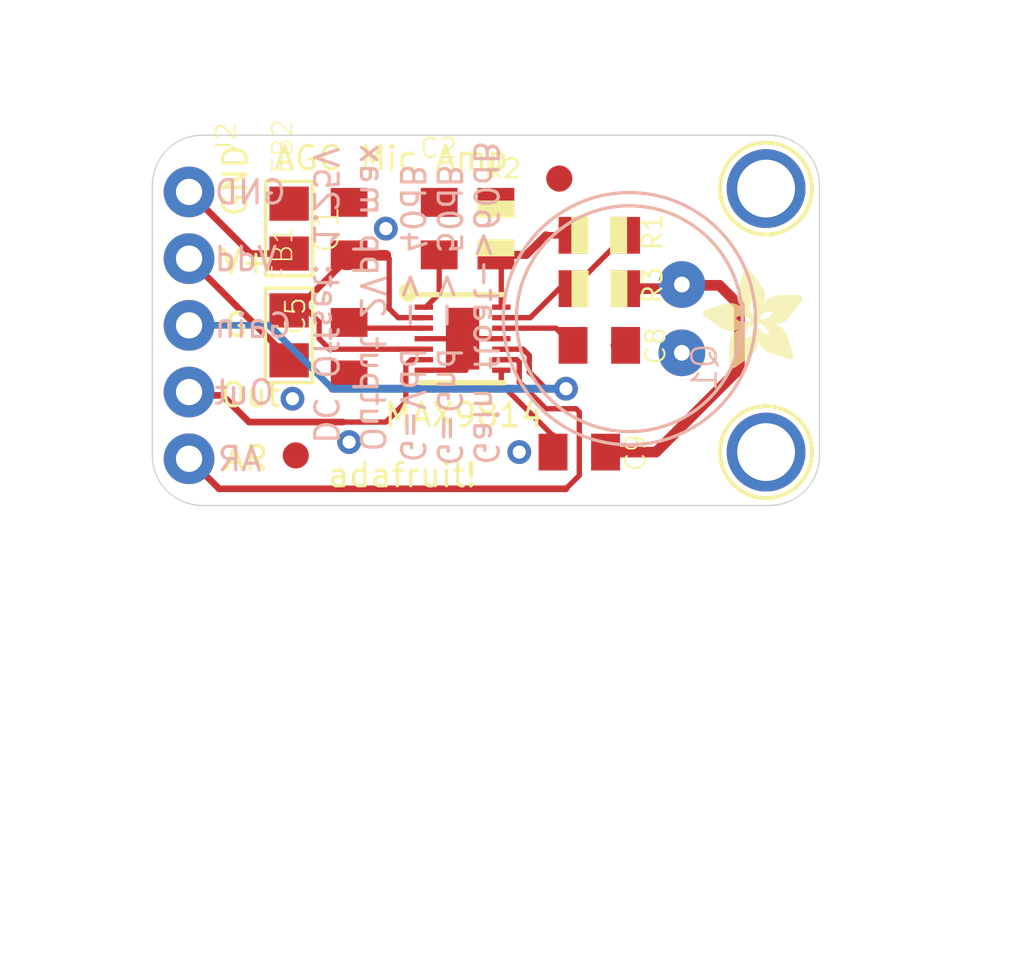
<source format=kicad_pcb>
(kicad_pcb (version 20211014) (generator pcbnew)
  (layers (0 "F.Cu" signal) (1 "In1.Cu" signal) (2 "In2.Cu" signal) (3 "In3.Cu" signal) (4 "In4.Cu" signal) (5 "In5.Cu" signal) (6 "In6.Cu" signal) (7 "In7.Cu" signal) (8 "In8.Cu" signal) (9 "In9.Cu" signal) (10 "In10.Cu" signal) (11 "In11.Cu" signal) (12 "In12.Cu" signal) (13 "In13.Cu" signal) (14 "In14.Cu" signal) (31 "B.Cu" signal) (34 "B.Paste" user) (35 "F.Paste" user) (36 "B.SilkS" user "B.Silkscreen") (37 "F.SilkS" user "F.Silkscreen") (38 "B.Mask" user) (39 "F.Mask" user) (44 "Edge.Cuts" user))
  (net 0 "")
  (net 1 "VDD")
  (net 2 "GND")
  (net 3 "INPUT")
  (net 4 "OUTPUT")
  (net 5 "N$7")
  (net 6 "N$5")
  (net 7 "N$8")
  (net 8 "N$9")
  (net 9 "N$10")
  (net 10 "N$11")
  (net 11 "GAIN")
  (net 12 "A/R")
  (net 13 "N$2")
  (net 14 "N$3")
  (footprint "boardEagle:ADAFRUIT_3.5MM" (layer "F.Cu") (at 160.5661 106.8451 90)
    (fp_text reference "U$6" hide)
    (fp_text value "" hide)
  )
  (footprint "boardEagle:C0805K" (layer "F.Cu") (at 143.2941 101.5111 90)
    (fp_text reference "C1" (at -1 -0.875 90) (layer "F.SilkS") (effects (font (size 0.941222 0.941222) (thickness 0.074778)) (justify left)))
    (fp_text value "2.2uF")
    (pad "1" smd rect (at -1 0 90) (size 1.1 1.4) (layers "F.Cu" "F.Paste" "F.Mask") (net 1 "VDD"))
    (pad "2" smd rect (at 1 0 90) (size 1.1 1.4) (layers "F.Cu" "F.Paste" "F.Mask") (net 2 "GND"))
  )
  (footprint "boardEagle:R0805" (layer "F.Cu") (at 152.8191 101.7651)
    (fp_text reference "R1" (at 2.032 -0.889 90) (layer "F.SilkS") (effects (font (size 0.719328 0.719328) (thickness 0.093472)) (justify right)))
    (fp_text value "150k")
    (pad "1" smd rect (at -1 0) (size 1.1 1.4) (layers "F.Cu" "F.Paste" "F.Mask") (net 9 "N$10"))
    (pad "2" smd rect (at 1 0) (size 1.1 1.4) (layers "F.Cu" "F.Paste" "F.Mask") (net 10 "N$11"))
  )
  (footprint "boardEagle:C0805K" (layer "F.Cu") (at 146.7231 101.5111 90)
    (fp_text reference "C2" (at 3.062 0.746) (layer "F.SilkS") (effects (font (size 0.738022 0.738022) (thickness 0.074778)) (justify right)))
    (fp_text value "0.1uF")
    (pad "1" smd rect (at -1 0 90) (size 1.1 1.4) (layers "F.Cu" "F.Paste" "F.Mask") (net 7 "N$8"))
    (pad "2" smd rect (at 1 0 90) (size 1.1 1.4) (layers "F.Cu" "F.Paste" "F.Mask") (net 2 "GND"))
  )
  (footprint "boardEagle:C0805K" (layer "F.Cu") (at 152.8191 105.9561)
    (fp_text reference "C8" (at 2.145 -0.746 90) (layer "F.SilkS") (effects (font (size 0.738022 0.738022) (thickness 0.074778)) (justify right)))
    (fp_text value "0.47uF")
    (pad "1" smd rect (at -1 0) (size 1.1 1.4) (layers "F.Cu" "F.Paste" "F.Mask") (net 5 "N$7"))
    (pad "2" smd rect (at 1 0) (size 1.1 1.4) (layers "F.Cu" "F.Paste" "F.Mask") (net 2 "GND"))
  )
  (footprint "boardEagle:0805" (layer "F.Cu") (at 141.0081 101.5111 90)
    (fp_text reference "FB2" (at 2.032 -0.254 90) (layer "F.SilkS") (effects (font (size 0.752978 0.752978) (thickness 0.059822)) (justify left)))
    (fp_text value "FERRITE")
    (pad "1" smd rect (at -0.95 0 90) (size 1.3 1.5) (layers "F.Cu" "F.Paste" "F.Mask") (net 14 "N$3"))
    (pad "2" smd rect (at 0.95 0 90) (size 1.3 1.5) (layers "F.Cu" "F.Paste" "F.Mask") (net 2 "GND"))
  )
  (footprint "boardEagle:MOUNTINGHOLE_2.0_PLATED" (layer "F.Cu") (at 159.1691 99.9871)
    (fp_text reference "U$4" hide)
    (fp_text value "MOUNTINGHOLE2.0" hide)
    (pad "P$1" thru_hole circle (at 0 0) (size 3 3) (drill 2.2) (layers *.Cu *.Mask))
  )
  (footprint "boardEagle:MOUNTINGHOLE_2.0_PLATED" (layer "F.Cu") (at 159.1691 110.0201)
    (fp_text reference "U$5" hide)
    (fp_text value "MOUNTINGHOLE2.0" hide)
    (pad "P$1" thru_hole circle (at 0 0) (size 3 3) (drill 2.2) (layers *.Cu *.Mask))
  )
  (footprint "boardEagle:C0805K" (layer "F.Cu") (at 152.0571 110.0201)
    (fp_text reference "C9" (at 2.145 -0.746 90) (layer "F.SilkS") (effects (font (size 0.738022 0.738022) (thickness 0.074778)) (justify right)))
    (fp_text value "0.1uF")
    (pad "1" smd rect (at -1 0) (size 1.1 1.4) (layers "F.Cu" "F.Paste" "F.Mask") (net 6 "N$5"))
    (pad "2" smd rect (at 1 0) (size 1.1 1.4) (layers "F.Cu" "F.Paste" "F.Mask") (net 3 "INPUT"))
  )
  (footprint "boardEagle:C0805K" (layer "F.Cu") (at 143.2941 106.0831 -90)
    (fp_text reference "C5" (at -2.016 2.046 90) (layer "F.SilkS") (effects (font (size 0.738022 0.738022) (thickness 0.074778)) (justify right)))
    (fp_text value "2.2uF")
    (pad "1" smd rect (at -1 0 270) (size 1.1 1.4) (layers "F.Cu" "F.Paste" "F.Mask") (net 8 "N$9"))
    (pad "2" smd rect (at 1 0 270) (size 1.1 1.4) (layers "F.Cu" "F.Paste" "F.Mask") (net 2 "GND"))
  )
  (footprint "boardEagle:0805" (layer "F.Cu") (at 141.0081 105.5751 90)
    (fp_text reference "FB1" (at 2.032 -0.254 90) (layer "F.SilkS") (effects (font (size 0.752978 0.752978) (thickness 0.059822)) (justify left)))
    (fp_text value "FERRITE")
    (pad "1" smd rect (at -0.95 0 90) (size 1.3 1.5) (layers "F.Cu" "F.Paste" "F.Mask") (net 13 "N$2"))
    (pad "2" smd rect (at 0.95 0 90) (size 1.3 1.5) (layers "F.Cu" "F.Paste" "F.Mask") (net 1 "VDD"))
  )
  (footprint "boardEagle:R0805" (layer "F.Cu") (at 152.8191 103.7971 180)
    (fp_text reference "R3" (at -2.032 0.889 90) (layer "F.SilkS") (effects (font (size 0.719328 0.719328) (thickness 0.093472)) (justify right)))
    (fp_text value "2.2K")
    (pad "1" smd rect (at -1 0 180) (size 1.1 1.4) (layers "F.Cu" "F.Paste" "F.Mask") (net 3 "INPUT"))
    (pad "2" smd rect (at 1 0 180) (size 1.1 1.4) (layers "F.Cu" "F.Paste" "F.Mask") (net 10 "N$11"))
  )
  (footprint "boardEagle:TDFN14_3X3MM" (layer "F.Cu") (at 147.6121 105.7021)
    (fp_text reference "U$1" hide)
    (fp_text value "MAX9814TDFN14" hide)
    (pad "P$1" smd rect (at -1.475 -1.2) (size 0.7 0.2) (layers "F.Cu") (net 7 "N$8"))
    (pad "P$2" smd rect (at -1.475 -0.8) (size 0.7 0.2) (layers "F.Cu") (net 1 "VDD"))
    (pad "P$3" smd rect (at -1.475 -0.4) (size 0.7 0.2) (layers "F.Cu") (net 8 "N$9"))
    (pad "P$4" smd rect (at -1.475 0) (size 0.7 0.2) (layers "F.Cu") (net 2 "GND"))
    (pad "P$5" smd rect (at -1.475 0.4) (size 0.7 0.2) (layers "F.Cu") (net 1 "VDD"))
    (pad "P$6" smd rect (at -1.475 0.8) (size 0.7 0.2) (layers "F.Cu") (net 4 "OUTPUT"))
    (pad "P$7" smd rect (at -1.475 1.2) (size 0.7 0.2) (layers "F.Cu") (net 2 "GND"))
    (pad "P$8" smd rect (at 1.475 1.2) (size 0.7 0.2) (layers "F.Cu") (net 6 "N$5"))
    (pad "P$9" smd rect (at 1.475 0.8) (size 0.7 0.2) (layers "F.Cu") (net 12 "A/R"))
    (pad "P$10" smd rect (at 1.475 0.4) (size 0.7 0.2) (layers "F.Cu") (net 11 "GAIN"))
    (pad "P$11" smd rect (at 1.475 0) (size 0.7 0.2) (layers "F.Cu") (net 2 "GND"))
    (pad "P$12" smd rect (at 1.475 -0.4) (size 0.7 0.2) (layers "F.Cu") (net 5 "N$7"))
    (pad "P$13" smd rect (at 1.475 -0.8) (size 0.7 0.2) (layers "F.Cu") (net 10 "N$11"))
    (pad "P$14" smd rect (at 1.475 -1.2) (size 0.7 0.2) (layers "F.Cu") (net 9 "N$10"))
    (pad "P$THERMAL" smd rect (at 0 0) (size 1.27 2.35) (layers "F.Cu" "F.Mask") (net 2 "GND"))
  )
  (footprint "boardEagle:FIDUCIAL_1MM" (layer "F.Cu") (at 141.2621 110.1471)
    (fp_text reference "U$2" hide)
    (fp_text value "FIDUCIAL" hide)
    (pad "1" smd roundrect (at 0 0) (size 1 1) (layers "F.Cu") (roundrect_rratio 0.5))
  )
  (footprint "boardEagle:FIDUCIAL_1MM" (layer "F.Cu") (at 151.2951 99.6061)
    (fp_text reference "U$3" hide)
    (fp_text value "FIDUCIAL" hide)
    (pad "1" smd roundrect (at 0 0) (size 1 1) (layers "F.Cu") (roundrect_rratio 0.5))
  )
  (footprint "boardEagle:1X05_ROUND_76" (layer "F.Cu") (at 137.1981 105.1941 -90)
    (fp_text reference "J2" (at -6.4262 -1.8288 -90) (layer "F.SilkS") (effects (font (size 0.73152 0.73152) (thickness 0.08128)) (justify left bottom)))
    (fp_text value "")
    (pad "1" thru_hole circle (at -5.08 0) (size 1.9304 1.9304) (drill 1) (layers *.Cu *.Mask) (net 14 "N$3"))
    (pad "2" thru_hole circle (at -2.54 0) (size 1.9304 1.9304) (drill 1) (layers *.Cu *.Mask) (net 13 "N$2"))
    (pad "3" thru_hole circle (at 0 0) (size 1.9304 1.9304) (drill 1) (layers *.Cu *.Mask) (net 11 "GAIN"))
    (pad "4" thru_hole circle (at 2.54 0) (size 1.9304 1.9304) (drill 1) (layers *.Cu *.Mask) (net 4 "OUTPUT"))
    (pad "5" thru_hole circle (at 5.08 0) (size 1.9304 1.9304) (drill 1) (layers *.Cu *.Mask) (net 12 "A/R"))
  )
  (footprint "boardEagle:R0805" (layer "F.Cu") (at 148.8821 101.5111 -90)
    (fp_text reference "R2" (at -2.286 0.508) (layer "F.SilkS") (effects (font (size 0.719328 0.719328) (thickness 0.093472)) (justify left)))
    (fp_text value "100k")
    (pad "1" smd rect (at -1 0 270) (size 1.1 1.4) (layers "F.Cu" "F.Paste" "F.Mask") (net 2 "GND"))
    (pad "2" smd rect (at 1 0 270) (size 1.1 1.4) (layers "F.Cu" "F.Paste" "F.Mask") (net 9 "N$10"))
  )
  (footprint "boardEagle:9.7ELECTRET" (layer "B.Cu") (at 153.9621 104.9401 90)
    (fp_text reference "Q1" (at -0.875 2.86 90) (layer "B.SilkS") (effects (font (size 0.922528 0.922528) (thickness 0.093472)) (justify left mirror)))
    (fp_text value "CMA-4544PF-W")
    (pad "+" thru_hole circle (at 1.3 2 90) (size 1.778 1.778) (drill 0.6) (layers *.Cu *.Mask) (net 3 "INPUT"))
    (pad "-" thru_hole circle (at -1.3 2 90) (size 1.778 1.778) (drill 0.6) (layers *.Cu *.Mask) (net 2 "GND"))
  )
  (gr_line (start 135.8011 99.8601) (end 135.8011 110.1471) (layer "Edge.Cuts") (width 0.05))
  (gr_arc (start 137.7061 112.0521) (mid 136.359062 111.494138) (end 135.8011 110.1471) (layer "Edge.Cuts") (width 0.05))
  (gr_line (start 159.2961 97.9551) (end 137.7061 97.9551) (layer "Edge.Cuts") (width 0.05))
  (gr_arc (start 161.2011 110.1471) (mid 160.643138 111.494138) (end 159.2961 112.0521) (layer "Edge.Cuts") (width 0.05))
  (gr_line (start 161.2011 110.1471) (end 161.2011 99.8601) (layer "Edge.Cuts") (width 0.05))
  (gr_arc (start 159.2961 97.9551) (mid 160.643138 98.513062) (end 161.2011 99.8601) (layer "Edge.Cuts") (width 0.05))
  (gr_arc (start 135.8011 99.8601) (mid 136.359062 98.513062) (end 137.7061 97.9551) (layer "Edge.Cuts") (width 0.05))
  (gr_line (start 137.7061 112.0521) (end 159.2961 112.0521) (layer "Edge.Cuts") (width 0.05))
  (gr_text "Out" (at 138.0871 107.2261) (layer "B.SilkS") (effects (font (size 0.89408 0.89408) (thickness 0.12192)) (justify right top mirror)))
  (gr_text "G=Gnd -> 50dB" (at 147.6121 98.9711 -90) (layer "B.SilkS") (effects (font (size 0.89408 0.89408) (thickness 0.12192)) (justify right top mirror)))
  (gr_text "AR" (at 138.2141 109.7661) (layer "B.SilkS") (effects (font (size 0.89408 0.89408) (thickness 0.12192)) (justify right top mirror)))
  (gr_text "GND" (at 138.0871 99.6061) (layer "B.SilkS") (effects (font (size 0.89408 0.89408) (thickness 0.12192)) (justify right top mirror)))
  (gr_text "DC Offset: 1.25V" (at 142.9131 98.3361 -90) (layer "B.SilkS") (effects (font (size 0.89408 0.89408) (thickness 0.12192)) (justify right top mirror)))
  (gr_text "Output 2Vpp max" (at 144.6911 98.2091 -90) (layer "B.SilkS") (effects (font (size 0.89408 0.89408) (thickness 0.12192)) (justify right top mirror)))
  (gr_text "G=Vdd -> 40dB" (at 146.2151 98.9711 -90) (layer "B.SilkS") (effects (font (size 0.89408 0.89408) (thickness 0.12192)) (justify right top mirror)))
  (gr_text "Gain float->60dB" (at 149.0091 98.0821 -90) (layer "B.SilkS") (effects (font (size 0.89408 0.89408) (thickness 0.12192)) (justify right top mirror)))
  (gr_text "Vdd" (at 138.0871 102.1461) (layer "B.SilkS") (effects (font (size 0.89408 0.89408) (thickness 0.12192)) (justify right top mirror)))
  (gr_text "Gain" (at 138.0871 104.6861) (layer "B.SilkS") (effects (font (size 0.89408 0.89408) (thickness 0.12192)) (justify right top mirror)))
  (gr_text "AR" (at 138.4681 110.7821) (layer "F.SilkS") (effects (font (size 0.89408 0.89408) (thickness 0.12192)) (justify left bottom)))
  (gr_text "MAX9814" (at 144.5641 109.1311) (layer "F.SilkS") (effects (font (size 0.89408 0.89408) (thickness 0.12192)) (justify left bottom)))
  (gr_text "Out" (at 138.3411 108.3691) (layer "F.SilkS") (effects (font (size 0.89408 0.89408) (thickness 0.12192)) (justify left bottom)))
  (gr_text "adafruit!" (at 142.4051 111.4171) (layer "F.SilkS") (effects (font (size 0.89408 0.89408) (thickness 0.12192)) (justify left bottom)))
  (gr_text "GND" (at 139.4841 101.1301 90) (layer "F.SilkS") (effects (font (size 0.89408 0.89408) (thickness 0.12192)) (justify left bottom)))
  (gr_text "AGC Mic Amp" (at 140.3731 99.3521) (layer "F.SilkS") (effects (font (size 0.89408 0.89408) (thickness 0.12192)) (justify left bottom)))
  (gr_text "G" (at 138.4681 105.7021) (layer "F.SilkS") (effects (font (size 0.89408 0.89408) (thickness 0.12192)) (justify left bottom)))
  (gr_text "V+" (at 138.3411 103.2891) (layer "F.SilkS") (effects (font (size 0.89408 0.89408) (thickness 0.12192)) (justify left bottom)))
  (segment (start 142.5511 106.1021) (end 142.1511 105.7021) (width 0.2032) (layer "F.Cu") (net 1))
  (segment (start 143.2941 102.5271) (end 144.6911 102.5271) (width 0.4064) (layer "F.Cu") (net 1))
  (segment (start 143.0401 102.7811) (end 143.1451 102.8861) (width 0.4064) (layer "F.Cu") (net 1))
  (segment (start 143.2941 102.5931) (end 143.2941 102.5111) (width 0.254) (layer "F.Cu") (net 1))
  (segment (start 141.4856 104.4016) (end 143.2941 102.5931) (width 0.254) (layer "F.Cu") (net 1))
  (segment (start 144.6911 102.5271) (end 144.8181 102.6541) (width 0.2032) (layer "F.Cu") (net 1))
  (segment (start 142.1511 105.7021) (end 142.1511 105.0671) (width 0.2032) (layer "F.Cu") (net 1))
  (segment (start 143.2941 102.8861) (end 143.2941 102.5111) (width 0.4064) (layer "F.Cu") (net 1))
  (segment (start 141.0081 104.6861) (end 141.2011 104.6861) (width 0.254) (layer "F.Cu") (net 1))
  (segment (start 144.6911 102.5271) (end 144.6751 102.5111) (width 0.2032) (layer "F.Cu") (net 1))
  (segment (start 144.8181 102.6541) (end 144.8181 104.5591) (width 0.2032) (layer "F.Cu") (net 1))
  (segment (start 146.1371 106.1021) (end 142.5511 106.1021) (width 0.2032) (layer "F.Cu") (net 1))
  (segment (start 141.2011 104.6861) (end 141.4856 104.4016) (width 0.254) (layer "F.Cu") (net 1))
  (segment (start 141.0081 104.6251) (end 141.0081 104.6861) (width 0.254) (layer "F.Cu") (net 1))
  (segment (start 144.8181 104.5591) (end 145.1611 104.9021) (width 0.2032) (layer "F.Cu") (net 1))
  (segment (start 145.1611 104.9021) (end 146.1371 104.9021) (width 0.2032) (layer "F.Cu") (net 1))
  (segment (start 146.1371 106.1021) (end 145.1801 106.1021) (width 0.2032) (layer "F.Cu") (net 1))
  (segment (start 143.1451 102.8861) (end 143.2941 102.8861) (width 0.4064) (layer "F.Cu") (net 1))
  (segment (start 143.2941 102.5271) (end 143.2941 102.5111) (width 0.4064) (layer "F.Cu") (net 1))
  (segment (start 142.1511 105.0671) (end 141.4856 104.4016) (width 0.2032) (layer "F.Cu") (net 1))
  (segment (start 146.1371 106.9021) (end 147.7391 106.9021) (width 0.2032) (layer "F.Cu") (net 2))
  (segment (start 153.4541 105.9561) (end 153.5811 106.0831) (width 0.4064) (layer "F.Cu") (net 2))
  (segment (start 146.1371 105.7021) (end 147.7391 105.7021) (width 0.2032) (layer "F.Cu") (net 2))
  (segment (start 147.7391 105.7021) (end 149.0871 105.7021) (width 0.2032) (layer "F.Cu") (net 2))
  (segment (start 153.8191 105.9561) (end 153.4541 105.9561) (width 0.4064) (layer "F.Cu") (net 2))
  (segment (start 147.7391 106.9021) (end 147.7391 105.7021) (width 0.2032) (layer "F.Cu") (net 2))
  (via (at 149.7711 110.0201) (size 0.9064) (drill 0.5) (layers "F.Cu" "B.Cu") (net 2))
  (via (at 144.6911 101.5111) (size 0.9064) (drill 0.5) (layers "F.Cu" "B.Cu") (net 2))
  (via (at 143.2941 109.6391) (size 0.9064) (drill 0.5) (layers "F.Cu" "B.Cu") (net 2))
  (via (at 141.1351 107.9881) (size 0.9064) (drill 0.5) (layers "F.Cu" "B.Cu") (net 2))
  (segment (start 153.8191 103.7971) (end 155.8051 103.7971) (width 0.4064) (layer "F.Cu") (net 3))
  (segment (start 154.9781 110.0201) (end 158.1531 106.8451) (width 0.4064) (layer "F.Cu") (net 3))
  (segment (start 153.0571 110.0201) (end 154.9781 110.0201) (width 0.4064) (layer "F.Cu") (net 3))
  (segment (start 155.8051 103.7971) (end 155.9621 103.6401) (width 0.4064) (layer "F.Cu") (net 3))
  (segment (start 153.0571 110.0201) (end 153.3271 110.0201) (width 0.4064) (layer "F.Cu") (net 3))
  (segment (start 158.1531 106.8451) (end 158.1531 104.4321) (width 0.4064) (layer "F.Cu") (net 3))
  (segment (start 155.9921 103.6701) (end 155.9621 103.6401) (width 0.4064) (layer "F.Cu") (net 3))
  (segment (start 157.3911 103.6701) (end 155.9921 103.6701) (width 0.4064) (layer "F.Cu") (net 3))
  (segment (start 158.1531 104.4321) (end 157.3911 103.6701) (width 0.4064) (layer "F.Cu") (net 3))
  (segment (start 145.6691 106.5021) (end 145.4531 106.7181) (width 0.2032) (layer "F.Cu") (net 4))
  (segment (start 139.4841 108.8771) (end 138.4681 107.8611) (width 0.254) (layer "F.Cu") (net 4))
  (segment (start 145.4531 106.7181) (end 145.4531 108.1151) (width 0.2032) (layer "F.Cu") (net 4))
  (segment (start 138.4681 107.8611) (end 137.3251 107.8611) (width 0.254) (layer "F.Cu") (net 4))
  (segment (start 139.4841 108.8771) (end 143.0561 108.8771) (width 0.254) (layer "F.Cu") (net 4))
  (segment (start 143.0561 108.8771) (end 144.6911 108.8771) (width 0.2032) (layer "F.Cu") (net 4))
  (segment (start 137.3251 107.8611) (end 137.1981 107.7341) (width 0.254) (layer "F.Cu") (net 4))
  (segment (start 146.1371 106.5021) (end 145.6691 106.5021) (width 0.2032) (layer "F.Cu") (net 4))
  (segment (start 144.6911 108.8771) (end 145.4531 108.1151) (width 0.2032) (layer "F.Cu") (net 4))
  (segment (start 151.1651 105.3021) (end 151.8191 105.9561) (width 0.2032) (layer "F.Cu") (net 5))
  (segment (start 151.1651 105.3021) (end 149.0871 105.3021) (width 0.2032) (layer "F.Cu") (net 5))
  (segment (start 151.0571 110.0201) (end 151.0571 109.3691) (width 0.2032) (layer "F.Cu") (net 6))
  (segment (start 151.0411 109.3851) (end 149.0871 107.4311) (width 0.2032) (layer "F.Cu") (net 6))
  (segment (start 149.0871 107.4311) (end 149.0871 106.9021) (width 0.2032) (layer "F.Cu") (net 6))
  (segment (start 151.0571 109.3691) (end 151.0411 109.3851) (width 0.2032) (layer "F.Cu") (net 6))
  (segment (start 146.7231 103.9911) (end 146.7231 102.5111) (width 0.2032) (layer "F.Cu") (net 7))
  (segment (start 146.2121 104.5021) (end 146.1371 104.5021) (width 0.2032) (layer "F.Cu") (net 7))
  (segment (start 146.7231 103.9911) (end 146.2121 104.5021) (width 0.2032) (layer "F.Cu") (net 7))
  (segment (start 143.2941 105.0831) (end 143.7101 105.0831) (width 0.254) (layer "F.Cu") (net 8))
  (segment (start 146.1371 105.3021) (end 143.7101 105.3021) (width 0.2032) (layer "F.Cu") (net 8))
  (segment (start 143.7101 105.0831) (end 143.7101 105.3021) (width 0.254) (layer "F.Cu") (net 8))
  (segment (start 149.0871 102.9091) (end 149.0871 104.5021) (width 0.2032) (layer "F.Cu") (net 9))
  (segment (start 148.8821 102.5111) (end 150.0411 102.5111) (width 0.3048) (layer "F.Cu") (net 9))
  (segment (start 149.1121 102.8841) (end 148.7551 102.5271) (width 0.2032) (layer "F.Cu") (net 9))
  (segment (start 150.7871 101.7651) (end 151.8191 101.7651) (width 0.254) (layer "F.Cu") (net 9))
  (segment (start 149.1121 102.8841) (end 149.0871 102.9091) (width 0.2032) (layer "F.Cu") (net 9))
  (segment (start 148.7711 102.5111) (end 148.8821 102.5111) (width 0.2032) (layer "F.Cu") (net 9))
  (segment (start 148.7551 102.5271) (end 148.7711 102.5111) (width 0.2032) (layer "F.Cu") (net 9))
  (segment (start 150.0411 102.5111) (end 150.7871 101.7651) (width 0.3048) (layer "F.Cu") (net 9))
  (segment (start 151.8191 103.7651) (end 153.8191 101.7651) (width 0.2032) (layer "F.Cu") (net 10))
  (segment (start 151.2951 103.7971) (end 151.8191 103.7971) (width 0.2032) (layer "F.Cu") (net 10))
  (segment (start 151.8191 103.7971) (end 151.8191 103.7651) (width 0.2032) (layer "F.Cu") (net 10))
  (segment (start 149.0871 104.9021) (end 150.1901 104.9021) (width 0.2032) (layer "F.Cu") (net 10))
  (segment (start 150.1901 104.9021) (end 151.2951 103.7971) (width 0.2032) (layer "F.Cu") (net 10))
  (segment (start 151.5491 107.6071) (end 150.7871 107.6071) (width 0.2032) (layer "F.Cu") (net 11))
  (segment (start 150.1521 106.9721) (end 150.1521 106.3371) (width 0.2032) (layer "F.Cu") (net 11))
  (segment (start 150.7871 107.6071) (end 150.1521 106.9721) (width 0.2032) (layer "F.Cu") (net 11))
  (segment (start 149.9171 106.1021) (end 149.0871 106.1021) (width 0.2032) (layer "F.Cu") (net 11))
  (segment (start 150.1521 106.3371) (end 149.9171 106.1021) (width 0.2032) (layer "F.Cu") (net 11))
  (via (at 151.5491 107.6071) (size 0.9064) (drill 0.5) (layers "F.Cu" "B.Cu") (net 11))
  (segment (start 142.6591 107.6071) (end 140.2461 105.1941) (width 0.254) (layer "B.Cu") (net 11))
  (segment (start 142.6591 107.6071) (end 151.5491 107.6071) (width 0.3048) (layer "B.Cu") (net 11))
  (segment (start 140.2461 105.1941) (end 137.1981 105.1941) (width 0.254) (layer "B.Cu") (net 11))
  (segment (start 152.0571 110.9091) (end 152.0571 108.4961) (width 0.2032) (layer "F.Cu") (net 12))
  (segment (start 151.9301 108.3691) (end 150.7871 108.3691) (width 0.2032) (layer "F.Cu") (net 12))
  (segment (start 149.7711 107.3531) (end 149.7711 106.5911) (width 0.2032) (layer "F.Cu") (net 12))
  (segment (start 152.0571 108.4961) (end 151.9301 108.3691) (width 0.2032) (layer "F.Cu") (net 12))
  (segment (start 151.5491 111.4171) (end 138.3411 111.4171) (width 0.254) (layer "F.Cu") (net 12))
  (segment (start 151.5491 111.4171) (end 152.0571 110.9091) (width 0.2032) (layer "F.Cu") (net 12))
  (segment (start 138.3411 111.4171) (end 137.1981 110.2741) (width 0.254) (layer "F.Cu") (net 12))
  (segment (start 149.7711 106.5911) (end 149.6821 106.5021) (width 0.2032) (layer "F.Cu") (net 12))
  (segment (start 149.0871 106.5021) (end 149.6821 106.5021) (width 0.2032) (layer "F.Cu") (net 12))
  (segment (start 150.7871 108.3691) (end 149.7711 107.3531) (width 0.2032) (layer "F.Cu") (net 12))
  (segment (start 137.1981 102.6541) (end 141.0691 106.5251) (width 0.254) (layer "F.Cu") (net 13))
  (segment (start 141.0691 106.5251) (end 141.0081 106.5251) (width 0.254) (layer "F.Cu") (net 13))
  (segment (start 137.1981 100.1141) (end 139.5451 102.4611) (width 0.254) (layer "F.Cu") (net 14))
  (segment (start 139.5451 102.4611) (end 141.0081 102.4611) (width 0.254) (layer "F.Cu") (net 14))
)
</source>
